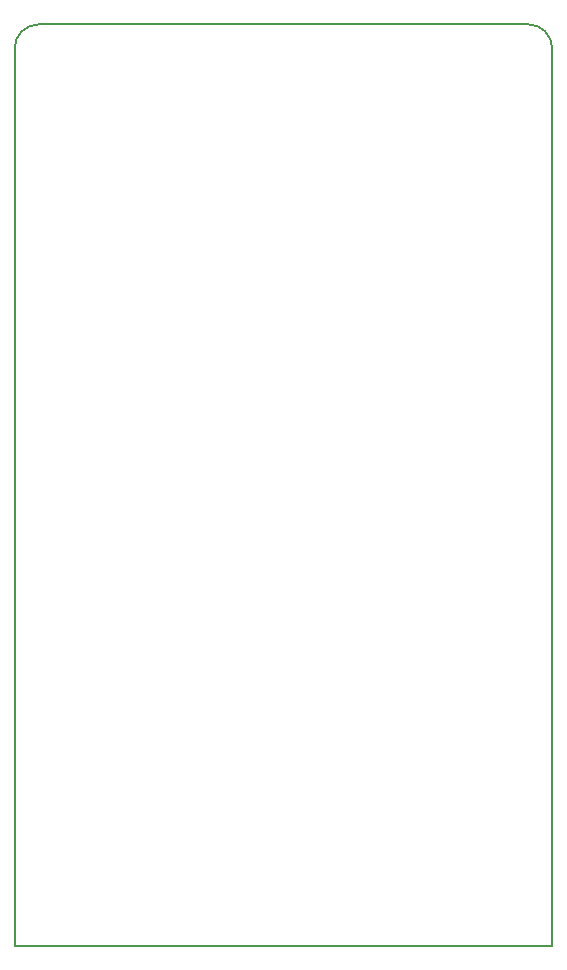
<source format=gko>
G04*
G04 #@! TF.GenerationSoftware,Altium Limited,Altium Designer,25.4.2 (15)*
G04*
G04 Layer_Color=16711935*
%FSLAX44Y44*%
%MOMM*%
G71*
G04*
G04 #@! TF.SameCoordinates,8BB3DE61-D15D-4615-A688-D497E92F8216*
G04*
G04*
G04 #@! TF.FilePolarity,Positive*
G04*
G01*
G75*
%ADD32C,0.2000*%
D32*
X455000Y760000D02*
G03*
X435000Y780000I-20000J0D01*
G01*
X20000D02*
G03*
X0Y760000I0J-20000D01*
G01*
X0Y0D02*
X455000D01*
X20000Y780000D02*
X435000D01*
X455000Y0D02*
Y760000D01*
X0Y0D02*
Y760000D01*
M02*

</source>
